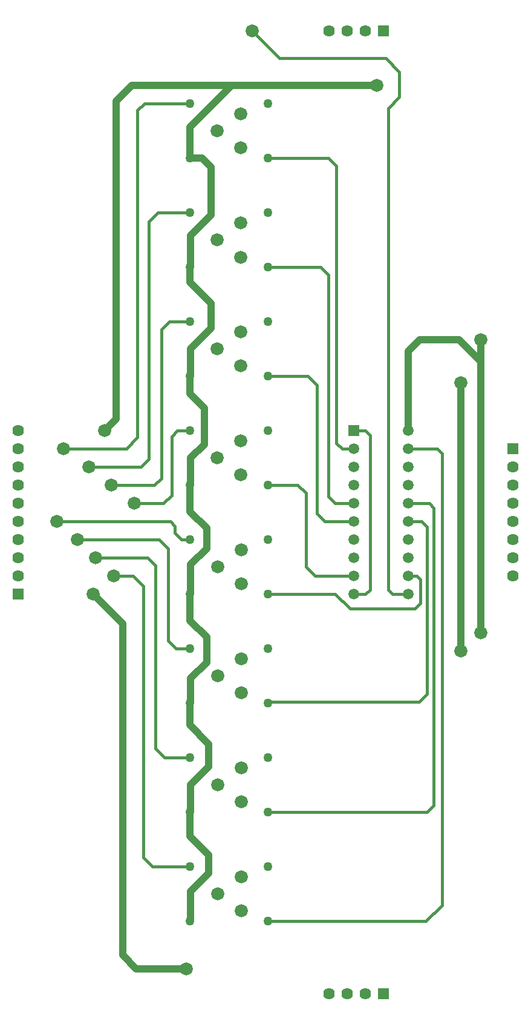
<source format=gbr>
G04 DipTrace 2.4.0.2*
%INTop.gbr*%
%MOIN*%
%ADD14C,0.015*%
%ADD15C,0.04*%
%ADD16R,0.0638X0.0638*%
%ADD17C,0.0638*%
%ADD18C,0.072*%
%ADD19C,0.05*%
%ADD20C,0.05*%
%ADD21R,0.0591X0.0591*%
%ADD22C,0.0591*%
%ADD23C,0.072*%
%FSLAX44Y44*%
G04*
G70*
G90*
G75*
G01*
%LNTop*%
%LPD*%
X10460Y50000D2*
D14*
X7938D1*
X7563Y49625D1*
Y31625D1*
X6937Y31000D1*
X3500D1*
X10460Y43990D2*
X8677D1*
X8187Y43500D1*
Y30437D1*
X7750Y30000D1*
X4875D1*
X10460Y38000D2*
X9313D1*
X8875Y37562D1*
Y29375D1*
X8500Y29000D1*
X6125D1*
X10460Y32000D2*
X9750D1*
X9438Y31687D1*
Y28438D1*
X9000Y28000D1*
X7375D1*
X10460Y26000D2*
X10000D1*
X9625Y26375D1*
Y26750D1*
X9375Y27000D1*
X3125D1*
X10460Y20000D2*
X9688D1*
X9250Y20438D1*
Y25500D1*
X8750Y26000D1*
X4250D1*
X10460Y14000D2*
X9063D1*
X8563Y14500D1*
Y24562D1*
X8125Y25000D1*
X5250D1*
X10460Y8000D2*
X8375D1*
X7875Y8500D1*
Y23438D1*
X7313Y24000D1*
X6250D1*
X22500Y23000D2*
X21625D1*
X21375Y23250D1*
Y49750D1*
X22000Y50375D1*
Y51750D1*
X21250Y52500D1*
X15377D1*
X13877Y54000D1*
X19500Y23000D2*
X20125D1*
X20375Y23250D1*
Y31750D1*
X20125Y32000D1*
X19500D1*
X10250Y2375D2*
D15*
X7500D1*
X6750Y3125D1*
Y21375D1*
X5125Y23000D1*
X25375Y34625D2*
Y19875D1*
X10460Y47000D2*
X11125D1*
X11625Y46500D1*
Y43875D1*
X10500Y42750D1*
Y41030D1*
X10460Y40990D1*
Y40165D1*
X11625Y39000D1*
Y37625D1*
X10500Y36500D1*
Y35040D1*
X10460Y35000D1*
Y34040D1*
X11250Y33250D1*
Y31250D1*
X10500Y30500D1*
Y29040D1*
X10460Y29000D1*
Y27540D1*
X11375Y26625D1*
Y25500D1*
X10500Y24625D1*
Y23040D1*
X10460Y23000D1*
Y21540D1*
X11375Y20625D1*
Y19250D1*
X10500Y18375D1*
Y17040D1*
X10460Y17000D1*
Y15790D1*
X11500Y14750D1*
Y13500D1*
X10500Y12500D1*
Y11040D1*
X10460Y11000D1*
Y9665D1*
X11500Y8625D1*
Y7625D1*
X10500Y6625D1*
Y5040D1*
X10460Y5000D1*
Y47000D2*
Y48710D1*
X12750Y51000D1*
X20750D1*
X12750D2*
X7250D1*
X6375Y50125D1*
Y32625D1*
X5750Y32000D1*
X26500Y20875D2*
Y35791D1*
Y37000D1*
X22500Y32000D2*
Y36375D1*
X23125Y37000D1*
X25291D1*
X26500Y35791D1*
X14753Y47000D2*
D14*
X14750Y46997D1*
X19500Y31000D2*
X18838D1*
X18522Y31315D1*
Y46565D1*
X18085Y47003D1*
X14755D1*
X19500Y28000D2*
X18463D1*
X18085Y28378D1*
Y40565D1*
X17647Y41003D1*
X14753D1*
X14750Y41000D1*
X19500Y27000D2*
X17900D1*
X17460Y27440D1*
Y34502D1*
X16960Y35003D1*
X14753D1*
X14750Y35000D1*
X19500Y24000D2*
X17338D1*
X16835Y24503D1*
Y28565D1*
X16397Y29003D1*
X14753D1*
X14750Y29000D1*
X22500Y24000D2*
X22963D1*
X23147Y23815D1*
Y22503D1*
X22835Y22190D1*
X19272D1*
X18460Y23003D1*
X14753D1*
X14750Y23000D1*
X14813Y17063D2*
X14750Y17000D1*
X22500Y27000D2*
X23213D1*
X23522Y26690D1*
Y17503D1*
X23085Y17065D1*
X14815D1*
X22500Y28000D2*
X23650D1*
X23897Y27753D1*
Y11378D1*
X23522Y11003D1*
X14753D1*
X14750Y11000D1*
X22500Y31000D2*
X24088D1*
X24335Y30753D1*
Y5878D1*
X23460Y5003D1*
X14753D1*
X14750Y5000D1*
D23*
X3500Y31000D3*
X4875Y30000D3*
X6125Y29000D3*
X7375Y28000D3*
X3125Y27000D3*
X4250Y26000D3*
X5250Y25000D3*
X6250Y24000D3*
X13877Y54000D3*
X5125Y23000D3*
X10250Y2375D3*
X25375Y34625D3*
Y19875D3*
X20750Y51000D3*
X5750Y32000D3*
X26500Y20875D3*
Y37000D3*
D16*
X28250Y31000D3*
D17*
Y30000D3*
Y29000D3*
Y28000D3*
Y27000D3*
Y26000D3*
Y25000D3*
Y24000D3*
D16*
X21125Y54000D3*
D17*
X20125D3*
X19125D3*
X18125D3*
D16*
X1000Y23000D3*
D17*
Y24000D3*
Y25000D3*
Y26000D3*
Y27000D3*
Y28000D3*
Y29000D3*
Y30000D3*
Y31000D3*
Y32000D3*
D16*
X21125Y1000D3*
D17*
X20125D3*
X19125D3*
X18125D3*
D18*
X13250Y47560D3*
X11960Y48500D3*
X13250Y49440D3*
Y41555D3*
X11960Y42495D3*
X13250Y43435D3*
Y35560D3*
X11960Y36500D3*
X13250Y37440D3*
Y29560D3*
X11960Y30500D3*
X13250Y31440D3*
X13270Y23560D3*
X11980Y24500D3*
X13270Y25440D3*
Y17560D3*
X11980Y18500D3*
X13270Y19440D3*
Y11560D3*
X11980Y12500D3*
X13270Y13440D3*
Y5560D3*
X11980Y6500D3*
X13270Y7440D3*
D19*
X14750Y46997D3*
D20*
Y49997D3*
D19*
X10460Y50000D3*
D20*
Y47000D3*
D19*
X14750Y41000D3*
D20*
Y44000D3*
D19*
X10460Y43990D3*
D20*
Y40990D3*
D19*
X14750Y35000D3*
D20*
Y38000D3*
D19*
X10460D3*
D20*
Y35000D3*
D19*
X14750Y29000D3*
D20*
Y32000D3*
D19*
X10460D3*
D20*
Y29000D3*
D19*
X14750Y23000D3*
D20*
Y26000D3*
D19*
X10460D3*
D20*
Y23000D3*
D19*
X14750Y17000D3*
D20*
Y20000D3*
D19*
X10460D3*
D20*
Y17000D3*
D19*
X14750Y11000D3*
D20*
Y14000D3*
D19*
X10460D3*
D20*
Y11000D3*
D19*
X14750Y5000D3*
D20*
Y8000D3*
D19*
X10460D3*
D20*
Y5000D3*
D21*
X19500Y32000D3*
D22*
Y31000D3*
Y30000D3*
Y29000D3*
Y28000D3*
Y27000D3*
Y26000D3*
Y25000D3*
Y24000D3*
Y23000D3*
X22500Y32000D3*
Y31000D3*
Y30000D3*
Y29000D3*
Y28000D3*
Y27000D3*
Y26000D3*
Y25000D3*
Y24000D3*
Y23000D3*
M02*

</source>
